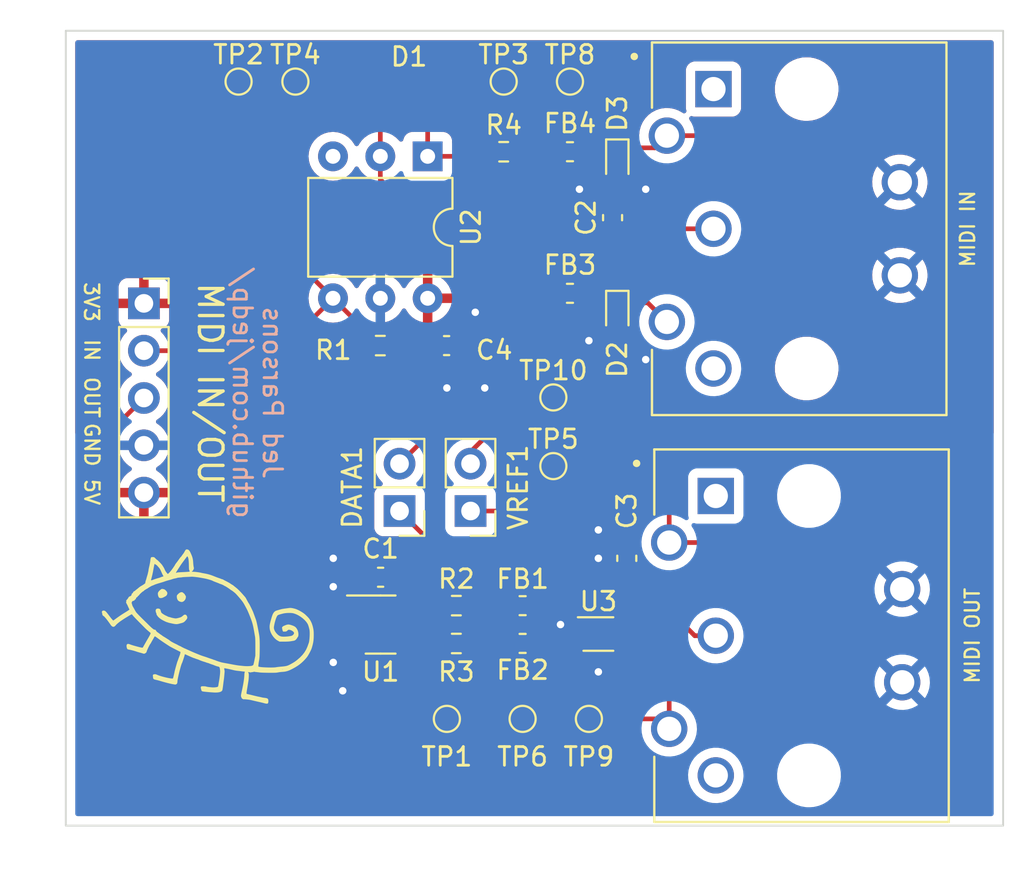
<source format=kicad_pcb>
(kicad_pcb (version 20211014) (generator pcbnew)
  (layers (0 "F.Cu" signal) (31 "B.Cu" signal) (34 "B.Paste" user) (35 "F.Paste" user) (36 "B.SilkS" user "B.Silkscreen") (37 "F.SilkS" user "F.Silkscreen") (38 "B.Mask" user) (39 "F.Mask" user) (44 "Edge.Cuts" user))
  (net 0 "")
  (net 1 "+5V")
  (net 2 "GND")
  (net 3 "Net-(C2-Pad1)")
  (net 4 "Net-(C3-Pad1)")
  (net 5 "/IN_DATA")
  (net 6 "/IN_VREF")
  (net 7 "/OUT_DATA")
  (net 8 "Net-(FB1-Pad1)")
  (net 9 "/OUT_VREF")
  (net 10 "Net-(FB2-Pad1)")
  (net 11 "Net-(FB2-Pad2)")
  (net 12 "Net-(D1-Pad2)")
  (net 13 "Net-(FB4-Pad2)")
  (net 14 "+3V3")
  (net 15 "/MIDI.IN")
  (net 16 "Net-(R3-Pad1)")
  (net 17 "Net-(D1-Pad1)")
  (net 18 "/MIDI.OUT")
  (footprint "TestPoint:TestPoint_Pad_D1.0mm" (layer "F.Cu") (at 172.72 69.58)
    (fp_text reference "TP1" (at 0 2.032) (layer "F.SilkS"))
    (fp_text value "TestPoint")
    (pad "1" smd circle (at 0 0) (size 1 1) (layers "F.Cu" "F.Mask") (net 18 "/MIDI.OUT"))
  )
  (footprint "Package_TO_SOT_SMD:SOT-666" (layer "F.Cu") (at 180.848 65.024)
    (fp_text reference "U3" (at 0 -1.75) (layer "F.SilkS"))
    (fp_text value "RCLAMP0502A")
    (pad "1" smd rect (at -0.85 -0.5375) (size 0.5 0.375) (layers "F.Cu" "F.Paste" "F.Mask"))
    (pad "2" smd rect (at -0.925 0) (size 0.65 0.3) (layers "F.Cu" "F.Paste" "F.Mask") (net 2 "GND"))
    (pad "3" smd rect (at -0.85 0.5375) (size 0.5 0.375) (layers "F.Cu" "F.Paste" "F.Mask") (net 10 "Net-(FB2-Pad1)"))
    (pad "4" smd rect (at 0.85 0.5375) (size 0.5 0.375) (layers "F.Cu" "F.Paste" "F.Mask") (net 7 "/OUT_DATA"))
    (pad "5" smd rect (at 0.925 0) (size 0.65 0.3) (layers "F.Cu" "F.Paste" "F.Mask") (net 9 "/OUT_VREF"))
    (pad "6" smd rect (at 0.85 -0.5375) (size 0.5 0.375) (layers "F.Cu" "F.Paste" "F.Mask"))
  )
  (footprint "TestPoint:TestPoint_Pad_D1.0mm" (layer "F.Cu") (at 164.592 35.368)
    (fp_text reference "TP4" (at 0 -1.448) (layer "F.SilkS"))
    (fp_text value "TestPoint")
    (pad "1" smd circle (at 0 0) (size 1 1) (layers "F.Cu" "F.Mask") (net 12 "Net-(D1-Pad2)"))
  )
  (footprint "Resistor_SMD:R_0603_1608Metric" (layer "F.Cu") (at 173.228 63.5)
    (fp_text reference "R2" (at 0 -1.43) (layer "F.SilkS"))
    (fp_text value "220")
    (pad "1" smd roundrect (at -0.825 0) (size 0.8 0.95) (layers "F.Cu" "F.Paste" "F.Mask") (net 1 "+5V"))
    (pad "2" smd roundrect (at 0.825 0) (size 0.8 0.95) (layers "F.Cu" "F.Paste" "F.Mask") (net 8 "Net-(FB1-Pad1)"))
  )
  (footprint "Connector_PinSocket_2.54mm:PinSocket_1x05_P2.54mm_Vertical" (layer "F.Cu") (at 156.464 47.274)
    (fp_text reference "J1" hide)
    (fp_text value "Conn_01x05_Female")
    (pad "1" thru_hole rect (at 0 0) (size 1.7 1.7) (drill 1) (layers *.Cu *.Mask) (net 14 "+3V3"))
    (pad "2" thru_hole oval (at 0 2.54) (size 1.7 1.7) (drill 1) (layers *.Cu *.Mask) (net 15 "/MIDI.IN"))
    (pad "3" thru_hole oval (at 0 5.08) (size 1.7 1.7) (drill 1) (layers *.Cu *.Mask) (net 18 "/MIDI.OUT"))
    (pad "4" thru_hole oval (at 0 7.62) (size 1.7 1.7) (drill 1) (layers *.Cu *.Mask) (net 2 "GND"))
    (pad "5" thru_hole oval (at 0 10.16) (size 1.7 1.7) (drill 1) (layers *.Cu *.Mask) (net 1 "+5V"))
  )
  (footprint "Resistor_SMD:R_0603_1608Metric" (layer "F.Cu") (at 175.768 39.1345)
    (fp_text reference "R4" (at 0 -1.43) (layer "F.SilkS"))
    (fp_text value "220")
    (pad "1" smd roundrect (at -0.825 0) (size 0.8 0.95) (layers "F.Cu" "F.Paste" "F.Mask") (net 17 "Net-(D1-Pad1)"))
    (pad "2" smd roundrect (at 0.825 0) (size 0.8 0.95) (layers "F.Cu" "F.Paste" "F.Mask") (net 13 "Net-(FB4-Pad2)"))
  )
  (footprint "Package_DIP:DIP-6_W7.62mm" (layer "F.Cu") (at 171.689 39.38 -90)
    (fp_text reference "U2" (at 3.81 -2.33 90) (layer "F.SilkS"))
    (fp_text value "H11L1")
    (pad "1" thru_hole rect (at 0 0 270) (size 1.6 1.6) (drill 0.8) (layers *.Cu *.Mask) (net 17 "Net-(D1-Pad1)"))
    (pad "2" thru_hole oval (at 0 2.54 270) (size 1.6 1.6) (drill 0.8) (layers *.Cu *.Mask) (net 12 "Net-(D1-Pad2)"))
    (pad "3" thru_hole oval (at 0 5.08 270) (size 1.6 1.6) (drill 0.8) (layers *.Cu *.Mask))
    (pad "4" thru_hole oval (at 7.62 5.08 270) (size 1.6 1.6) (drill 0.8) (layers *.Cu *.Mask) (net 15 "/MIDI.IN"))
    (pad "5" thru_hole oval (at 7.62 2.54 270) (size 1.6 1.6) (drill 0.8) (layers *.Cu *.Mask) (net 2 "GND"))
    (pad "6" thru_hole oval (at 7.62 0 270) (size 1.6 1.6) (drill 0.8) (layers *.Cu *.Mask) (net 14 "+3V3"))
  )
  (footprint "footprints:SDS-J" (layer "F.Cu") (at 192.024 65.024 90)
    (fp_text reference "U5" hide)
    (fp_text value "SDS-50J")
    (pad "" np_thru_hole circle (at 7.41 0.124 90) (size 2.4 2.4) (drill 2.4) (layers *.Cu *.Mask))
    (pad "" np_thru_hole circle (at -7.59 0.124 90) (size 2.4 2.4) (drill 2.4) (layers *.Cu *.Mask))
    (pad "1" thru_hole rect (at 7.41 -4.876 90) (size 1.95 1.95) (drill 1.3) (layers *.Cu *.Mask))
    (pad "2" thru_hole circle (at -0.09 -4.876 90) (size 1.95 1.95) (drill 1.3) (layers *.Cu *.Mask) (net 4 "Net-(C3-Pad1)"))
    (pad "3" thru_hole circle (at -7.59 -4.876 90) (size 1.95 1.95) (drill 1.3) (layers *.Cu *.Mask))
    (pad "4" thru_hole circle (at 4.91 -7.376 90) (size 1.95 1.95) (drill 1.3) (layers *.Cu *.Mask) (net 9 "/OUT_VREF"))
    (pad "5" thru_hole circle (at -5.09 -7.376 90) (size 1.95 1.95) (drill 1.3) (layers *.Cu *.Mask) (net 7 "/OUT_DATA"))
    (pad "E1" thru_hole circle (at -2.59 5.124 90) (size 1.95 1.95) (drill 1.3) (layers *.Cu *.Mask) (net 2 "GND"))
    (pad "E2" thru_hole circle (at 2.41 5.124 90) (size 1.95 1.95) (drill 1.3) (layers *.Cu *.Mask) (net 2 "GND"))
  )
  (footprint "Diode_SMD:D_SOD-523" (layer "F.Cu") (at 181.864 39.624 -90)
    (fp_text reference "D3" (at -2.54 0 90) (layer "F.SilkS"))
    (fp_text value "PESD5Z5.0")
    (pad "1" smd rect (at -0.7 0 90) (size 0.6 0.7) (layers "F.Cu" "F.Paste" "F.Mask") (net 6 "/IN_VREF"))
    (pad "2" smd rect (at 0.7 0 90) (size 0.6 0.7) (layers "F.Cu" "F.Paste" "F.Mask") (net 2 "GND"))
  )
  (footprint "footprints:SDS-J" (layer "F.Cu") (at 191.9 43.18 90)
    (fp_text reference "U4" hide)
    (fp_text value "SDS-50J")
    (pad "" np_thru_hole circle (at 7.41 0.124 90) (size 2.4 2.4) (drill 2.4) (layers *.Cu *.Mask))
    (pad "" np_thru_hole circle (at -7.59 0.124 90) (size 2.4 2.4) (drill 2.4) (layers *.Cu *.Mask))
    (pad "1" thru_hole rect (at 7.41 -4.876 90) (size 1.95 1.95) (drill 1.3) (layers *.Cu *.Mask))
    (pad "2" thru_hole circle (at -0.09 -4.876 90) (size 1.95 1.95) (drill 1.3) (layers *.Cu *.Mask) (net 3 "Net-(C2-Pad1)"))
    (pad "3" thru_hole circle (at -7.59 -4.876 90) (size 1.95 1.95) (drill 1.3) (layers *.Cu *.Mask))
    (pad "4" thru_hole circle (at 4.91 -7.376 90) (size 1.95 1.95) (drill 1.3) (layers *.Cu *.Mask) (net 6 "/IN_VREF"))
    (pad "5" thru_hole circle (at -5.09 -7.376 90) (size 1.95 1.95) (drill 1.3) (layers *.Cu *.Mask) (net 5 "/IN_DATA"))
    (pad "E1" thru_hole circle (at -2.59 5.124 90) (size 1.95 1.95) (drill 1.3) (layers *.Cu *.Mask) (net 2 "GND"))
    (pad "E2" thru_hole circle (at 2.41 5.124 90) (size 1.95 1.95) (drill 1.3) (layers *.Cu *.Mask) (net 2 "GND"))
  )
  (footprint "Capacitor_SMD:C_0603_1608Metric" (layer "F.Cu") (at 181.61 42.672 90)
    (fp_text reference "C2" (at 0 -1.43 90) (layer "F.SilkS"))
    (fp_text value "0.1uF")
    (pad "1" smd roundrect (at -0.775 0 90) (size 0.9 0.95) (layers "F.Cu" "F.Paste" "F.Mask") (net 3 "Net-(C2-Pad1)"))
    (pad "2" smd roundrect (at 0.775 0 90) (size 0.9 0.95) (layers "F.Cu" "F.Paste" "F.Mask") (net 2 "GND"))
  )
  (footprint "TestPoint:TestPoint_Pad_D1.0mm" (layer "F.Cu") (at 180.34 69.58)
    (fp_text reference "TP9" (at 0 2.032) (layer "F.SilkS"))
    (fp_text value "TestPoint")
    (pad "1" smd circle (at 0 0) (size 1 1) (layers "F.Cu" "F.Mask") (net 7 "/OUT_DATA"))
  )
  (footprint "TestPoint:TestPoint_Pad_D1.0mm" (layer "F.Cu") (at 178.432 52.324)
    (fp_text reference "TP10" (at 0 -1.448) (layer "F.SilkS"))
    (fp_text value "TestPoint")
    (pad "1" smd circle (at 0 0) (size 1 1) (layers "F.Cu" "F.Mask") (net 5 "/IN_DATA"))
  )
  (footprint "TestPoint:TestPoint_Pad_D1.0mm" (layer "F.Cu") (at 176.784 69.58)
    (fp_text reference "TP6" (at 0 2.032) (layer "F.SilkS"))
    (fp_text value "TestPoint")
    (pad "1" smd circle (at 0 0) (size 1 1) (layers "F.Cu" "F.Mask") (net 10 "Net-(FB2-Pad1)"))
  )
  (footprint "LOGO" (layer "F.Cu") (at 160.02 64.77)
    (fp_text reference "G***" hide)
    (fp_text value "LOGO" hide)
  )
  (footprint "TestPoint:TestPoint_Pad_D1.0mm" (layer "F.Cu") (at 179.324 35.368)
    (fp_text reference "TP8" (at 0 -1.448) (layer "F.SilkS"))
    (fp_text value "TestPoint")
    (pad "1" smd circle (at 0 0) (size 1 1) (layers "F.Cu" "F.Mask") (net 6 "/IN_VREF"))
  )
  (footprint "Connector_PinHeader_2.54mm:PinHeader_1x02_P2.54mm_Vertical" (layer "F.Cu") (at 170.18 58.42 180)
    (fp_text reference "DATA1" (at 2.54 1.27 90) (layer "F.SilkS"))
    (fp_text value "Jumper_2_Open")
    (pad "1" thru_hole rect (at 0 0 180) (size 1.7 1.7) (drill 1) (layers *.Cu *.Mask) (net 7 "/OUT_DATA"))
    (pad "2" thru_hole oval (at 0 2.54 180) (size 1.7 1.7) (drill 1) (layers *.Cu *.Mask) (net 5 "/IN_DATA"))
  )
  (footprint "TestPoint:TestPoint_Pad_D1.0mm" (layer "F.Cu") (at 161.544 35.368)
    (fp_text reference "TP2" (at 0 -1.448) (layer "F.SilkS"))
    (fp_text value "TestPoint")
    (pad "1" smd circle (at 0 0) (size 1 1) (layers "F.Cu" "F.Mask") (net 15 "/MIDI.IN"))
  )
  (footprint "TestPoint:TestPoint_Pad_D1.0mm" (layer "F.Cu") (at 178.432 56.01)
    (fp_text reference "TP5" (at 0 -1.448) (layer "F.SilkS"))
    (fp_text value "TestPoint")
    (pad "1" smd circle (at 0 0) (size 1 1) (layers "F.Cu" "F.Mask") (net 9 "/OUT_VREF"))
  )
  (footprint "Diode_SMD:D_SOD-523" (layer "F.Cu") (at 181.864 47.752 -90)
    (fp_text reference "D2" (at 2.54 0 90) (layer "F.SilkS"))
    (fp_text value "PESD5Z5.0")
    (pad "1" smd rect (at -0.7 0 90) (size 0.6 0.7) (layers "F.Cu" "F.Paste" "F.Mask") (net 5 "/IN_DATA"))
    (pad "2" smd rect (at 0.7 0 90) (size 0.6 0.7) (layers "F.Cu" "F.Paste" "F.Mask") (net 2 "GND"))
  )
  (footprint "Resistor_SMD:R_0603_1608Metric" (layer "F.Cu") (at 173.228 65.532)
    (fp_text reference "R3" (at 0 1.524) (layer "F.SilkS"))
    (fp_text value "220")
    (pad "1" smd roundrect (at -0.825 0) (size 0.8 0.95) (layers "F.Cu" "F.Paste" "F.Mask") (net 16 "Net-(R3-Pad1)"))
    (pad "2" smd roundrect (at 0.825 0) (size 0.8 0.95) (layers "F.Cu" "F.Paste" "F.Mask") (net 11 "Net-(FB2-Pad2)"))
  )
  (footprint "Capacitor_SMD:C_0603_1608Metric" (layer "F.Cu") (at 169.164 61.976 180)
    (fp_text reference "C1" (at 0 1.524) (layer "F.SilkS"))
    (fp_text value "0.1uF")
    (pad "1" smd roundrect (at -0.775 0 180) (size 0.9 0.95) (layers "F.Cu" "F.Paste" "F.Mask") (net 1 "+5V"))
    (pad "2" smd roundrect (at 0.775 0 180) (size 0.9 0.95) (layers "F.Cu" "F.Paste" "F.Mask") (net 2 "GND"))
  )
  (footprint "Capacitor_SMD:C_0603_1608Metric" (layer "F.Cu") (at 172.705 49.54 180)
    (fp_text reference "C4" (at -2.555 -0.244) (layer "F.SilkS"))
    (fp_text value "0.1uF")
    (pad "1" smd roundrect (at -0.775 0 180) (size 0.9 0.95) (layers "F.Cu" "F.Paste" "F.Mask") (net 2 "GND"))
    (pad "2" smd roundrect (at 0.775 0 180) (size 0.9 0.95) (layers "F.Cu" "F.Paste" "F.Mask") (net 14 "+3V3"))
  )
  (footprint "Inductor_SMD:L_0603_1608Metric" (layer "F.Cu") (at 176.784 65.528 180)
    (fp_text reference "FB2" (at 0 -1.43) (layer "F.SilkS"))
    (fp_text value "1k @ 100MHz")
    (pad "1" smd roundrect (at -0.7875 0 180) (size 0.875 0.95) (layers "F.Cu" "F.Paste" "F.Mask") (net 10 "Net-(FB2-Pad1)"))
    (pad "2" smd roundrect (at 0.7875 0 180) (size 0.875 0.95) (layers "F.Cu" "F.Paste" "F.Mask") (net 11 "Net-(FB2-Pad2)"))
  )
  (footprint "Package_TO_SOT_SMD:SOT-23-5" (layer "F.Cu") (at 169.164 64.516)
    (fp_text reference "U1" (at 0 2.54) (layer "F.SilkS"))
    (fp_text value "SN74AHCT1G125")
    (pad "1" smd roundrect (at -1.1375 -0.95) (size 1.325 0.6) (layers "F.Cu" "F.Paste" "F.Mask") (net 2 "GND"))
    (pad "2" smd roundrect (at -1.1375 0) (size 1.325 0.6) (layers "F.Cu" "F.Paste" "F.Mask") (net 18 "/MIDI.OUT"))
    (pad "3" smd roundrect (at -1.1375 0.95) (size 1.325 0.6) (layers "F.Cu" "F.Paste" "F.Mask") (net 2 "GND"))
    (pad "4" smd roundrect (at 1.1375 0.95) (size 1.325 0.6) (layers "F.Cu" "F.Paste" "F.Mask") (net 16 "Net-(R3-Pad1)"))
    (pad "5" smd roundrect (at 1.1375 -0.95) (size 1.325 0.6) (layers "F.Cu" "F.Paste" "F.Mask") (net 1 "+5V"))
  )
  (footprint "footprints:DO-214AC (SMA)" (layer "F.Cu") (at 170.688 36.068 180)
    (fp_text reference "D1" (at 0 2.032 unlocked) (layer "F.SilkS"))
    (fp_text value "MBRA140")
    (pad "1" smd roundrect (at -2.159 0 270) (size 1.524 1.6764) (layers "F.Cu" "F.Paste" "F.Mask") (net 17 "Net-(D1-Pad1)"))
    (pad "2" smd roundrect (at 2.159 0 270) (size 1.524 1.6764) (layers "F.Cu" "F.Paste" "F.Mask") (net 12 "Net-(D1-Pad2)"))
  )
  (footprint "TestPoint:TestPoint_Pad_D1.0mm" (layer "F.Cu") (at 175.768 35.368)
    (fp_text reference "TP3" (at 0 -1.448) (layer "F.SilkS"))
    (fp_text value "TestPoint")
    (pad "1" smd circle (at 0 0) (size 1 1) (layers "F.Cu" "F.Mask") (net 17 "Net-(D1-Pad1)"))
  )
  (footprint "Capacitor_SMD:C_0603_1608Metric" (layer "F.Cu") (at 182.372 60.96 90)
    (fp_text reference "C3" (at 2.54 0 90) (layer "F.SilkS"))
    (fp_text value "0.1uF")
    (pad "1" smd roundrect (at -0.775 0 90) (size 0.9 0.95) (layers "F.Cu" "F.Paste" "F.Mask") (net 4 "Net-(C3-Pad1)"))
    (pad "2" smd roundrect (at 0.775 0 90) (size 0.9 0.95) (layers "F.Cu" "F.Paste" "F.Mask") (net 2 "GND"))
  )
  (footprint "Resistor_SMD:R_0603_1608Metric" (layer "F.Cu") (at 169.149 49.54 180)
    (fp_text reference "R1" (at 2.525 -0.244) (layer "F.SilkS"))
    (fp_text value "470")
    (pad "1" smd roundrect (at -0.825 0 180) (size 0.8 0.95) (layers "F.Cu" "F.Paste" "F.Mask") (net 14 "+3V3"))
    (pad "2" smd roundrect (at 0.825 0 180) (size 0.8 0.95) (layers "F.Cu" "F.Paste" "F.Mask") (net 15 "/MIDI.IN"))
  )
  (footprint "Inductor_SMD:L_0603_1608Metric" (layer "F.Cu") (at 179.324 39.1325 180)
    (fp_text reference "FB4" (at 0 1.522) (layer "F.SilkS"))
    (fp_text value "1k @ 100MHz")
    (pad "1" smd roundrect (at -0.7875 0 180) (size 0.875 0.95) (layers "F.Cu" "F.Paste" "F.Mask") (net 6 "/IN_VREF"))
    (pad "2" smd roundrect (at 0.7875 0 180) (size 0.875 0.95) (layers "F.Cu" "F.Paste" "F.Mask") (net 13 "Net-(FB4-Pad2)"))
  )
  (footprint "Connector_PinHeader_2.54mm:PinHeader_1x02_P2.54mm_Vertical" (layer "F.Cu") (at 173.99 58.42 180)
    (fp_text reference "VREF1" (at -2.55 1.27 90) (layer "F.SilkS"))
    (fp_text value "Jumper_2_Open")
    (pad "1" thru_hole rect (at 0 0 180) (size 1.7 1.7) (drill 1) (layers *.Cu *.Mask) (net 9 "/OUT_VREF"))
    (pad "2" thru_hole oval (at 0 2.54 180) (size 1.7 1.7) (drill 1) (layers *.Cu *.Mask) (net 6 "/IN_VREF"))
  )
  (footprint "Inductor_SMD:L_0603_1608Metric" (layer "F.Cu") (at 176.784 63.502)
    (fp_text reference "FB1" (at 0 -1.43) (layer "F.SilkS"))
    (fp_text value "1k @ 100MHz")
    (pad "1" smd roundrect (at -0.7875 0) (size 0.875 0.95) (layers "F.Cu" "F.Paste" "F.Mask") (net 8 "Net-(FB1-Pad1)"))
    (pad "2" smd roundrect (at 0.7875 0) (size 0.875 0.95) (layers "F.Cu" "F.Paste" "F.Mask") (net 9 "/OUT_VREF"))
  )
  (footprint "Inductor_SMD:L_0603_1608Metric" (layer "F.Cu") (at 179.324 46.734 180)
    (fp_text reference "FB3" (at 0 1.522) (layer "F.SilkS"))
    (fp_text value "1k @ 100MHz")
    (pad "1" smd roundrect (at -0.7875 0 180) (size 0.875 0.95) (layers "F.Cu" "F.Paste" "F.Mask") (net 5 "/IN_DATA"))
    (pad "2" smd roundrect (at 0.7875 0 180) (size 0.875 0.95) (layers "F.Cu" "F.Paste" "F.Mask") (net 12 "Net-(D1-Pad2)"))
  )
  (gr_rect (start 152.273 32.639) (end 202.565 75.311) (layer "Edge.Cuts") (width 0.1) (fill none))
  (gr_text "Jed Parsons\ngithub.com/jedp/" (at 162.56 52.07 270) (layer "B.SilkS") (effects (font (size 1 1)) (justify mirror)))
  (gr_text "GND" (at 153.67 54.864 270) (layer "F.SilkS") (effects (font (size 0.762 0.762) (thickness 0.127))))
  (gr_text "OUT" (at 153.67 52.324 270) (layer "F.SilkS") (effects (font (size 0.762 0.762) (thickness 0.127))))
  (gr_text "MIDI OUT" (at 200.914 65.114 90) (layer "F.SilkS") (effects (font (size 0.762 0.762) (thickness 0.127))))
  (gr_text "IN" (at 153.67 49.784 270) (layer "F.SilkS") (effects (font (size 0.762 0.762) (thickness 0.127))))
  (gr_text "MIDI IN/OUT" (at 160.02 52.07 270) (layer "F.SilkS") (effects (font (size 1.27 1.27) (thickness 0.1778))))
  (gr_text "MIDI IN" (at 200.66 43.27 90) (layer "F.SilkS") (effects (font (size 0.762 0.762) (thickness 0.127))))
  (gr_text "5V" (at 153.67 57.404 270) (layer "F.SilkS") (effects (font (size 0.762 0.762) (thickness 0.127))))
  (gr_text "3V3" (at 153.65 47.2 270) (layer "F.SilkS") (effects (font (size 0.762 0.762) (thickness 0.127))))
  (segment (start 170.3015 62.3385) (end 169.939 61.976) (width 0.381) (layer "F.Cu") (net 1))
  (segment (start 170.3015 63.566) (end 170.3015 62.3385) (width 0.381) (layer "F.Cu") (net 1))
  (segment (start 182.372 60.185) (end 181.597 60.185) (width 0.381) (layer "F.Cu") (net 2))
  (segment (start 173.48 48.516) (end 174.244 47.752) (width 0.381) (layer "F.Cu") (net 2))
  (segment (start 181.864 41.643) (end 181.61 41.897) (width 0.381) (layer "F.Cu") (net 2))
  (segment (start 167.132 68.072) (end 168.148 67.056) (width 0.381) (layer "F.Cu") (net 2))
  (segment (start 166.624 62.484) (end 167.881 62.484) (width 0.381) (layer "F.Cu") (net 2))
  (segment (start 167.373 60.96) (end 168.389 61.976) (width 0.381) (layer "F.Cu") (net 2))
  (segment (start 181.61 41.897) (end 182.639 41.897) (width 0.381) (layer "F.Cu") (net 2))
  (segment (start 181.61 41.897) (end 180.581 41.897) (width 0.381) (layer "F.Cu") (net 2))
  (segment (start 178.816 64.516) (end 179.324 65.024) (width 0.25) (layer "F.Cu") (net 2))
  (segment (start 181.864 48.452) (end 181.864 48.768) (width 0.381) (layer "F.Cu") (net 2))
  (segment (start 182.372 60.185) (end 181.623 60.185) (width 0.381) (layer "F.Cu") (net 2))
  (segment (start 180.848 67.056) (end 180.848 65.360396) (width 0.25) (layer "F.Cu") (net 2))
  (segment (start 181.623 60.185) (end 180.848 60.96) (width 0.381) (layer "F.Cu") (net 2))
  (segment (start 168.0265 62.3385) (end 168.389 61.976) (width 0.381) (layer "F.Cu") (net 2))
  (segment (start 166.624 60.96) (end 167.373 60.96) (width 0.381) (layer "F.Cu") (net 2))
  (segment (start 168.148 65.5875) (end 168.0265 65.466) (width 0.381) (layer "F.Cu") (net 2))
  (segment (start 181.597 60.185) (end 180.848 59.436) (width 0.381) (layer "F.Cu") (net 2))
  (segment (start 168.148 67.056) (end 168.148 65.5875) (width 0.381) (layer "F.Cu") (net 2))
  (segment (start 180.581 41.897) (end 179.832 41.148) (width 0.381) (layer "F.Cu") (net 2))
  (segment (start 181.864 40.324) (end 181.864 41.643) (width 0.381) (layer "F.Cu") (net 2))
  (segment (start 168.0265 63.566) (end 168.0265 62.3385) (width 0.381) (layer "F.Cu") (net 2))
  (segment (start 180.848 65.360396) (end 180.511604 65.024) (width 0.25) (layer "F.Cu") (net 2))
  (segment (start 166.9445 66.548) (end 168.0265 65.466) (width 0.381) (layer "F.Cu") (net 2))
  (segment (start 173.48 49.54) (end 173.48 51.056) (width 0.381) (layer "F.Cu") (net 2))
  (segment (start 180.511604 65.024) (end 179.923 65.024) (width 0.25) (layer "F.Cu") (net 2))
  (segment (start 166.624 66.548) (end 166.9445 66.548) (width 0.381) (layer "F.Cu") (net 2))
  (segment (start 181.864 48.768) (end 183.388 50.292) (width 0.381) (layer "F.Cu") (net 2))
  (segment (start 182.639 41.897) (end 183.388 41.148) (width 0.381) (layer "F.Cu") (net 2))
  (segment (start 173.48 49.54) (end 173.48 50.544) (width 0.381) (layer "F.Cu") (net 2))
  (segment (start 180.34 49.276) (end 181.04 49.276) (width 0.381) (layer "F.Cu") (net 2))
  (segment (start 167.881 62.484) (end 168.389 61.976) (width 0.381) (layer "F.Cu") (net 2))
  (segment (start 173.48 51.056) (end 172.72 51.816) (width 0.381) (layer "F.Cu") (net 2))
  (segment (start 181.04 49.276) (end 181.864 48.452) (width 0.381) (layer "F.Cu") (net 2))
  (segment (start 173.48 50.544) (end 174.752 51.816) (width 0.381) (layer "F.Cu") (net 2))
  (segment (start 173.48 49.54) (end 173.48 48.516) (width 0.381) (layer "F.Cu") (net 2))
  (segment (start 179.324 65.024) (end 179.923 65.024) (width 0.25) (layer "F.Cu") (net 2))
  (via (at 166.624 60.96) (size 0.8) (drill 0.4) (layers "F.Cu" "B.Cu") (net 2))
  (via (at 166.624 66.548) (size 0.8) (drill 0.4) (layers "F.Cu" "B.Cu") (net 2))
  (via (at 180.34 49.276) (size 0.8) (drill 0.4) (layers "F.Cu" "B.Cu") (net 2))
  (via (at 172.72 51.816) (size 0.8) (drill 0.4) (layers "F.Cu" "B.Cu") (net 2))
  (via (at 180.848 59.436) (size 0.8) (drill 0.4) (layers "F.Cu" "B.Cu") (net 2))
  (via (at 174.752 51.816) (size 0.8) (drill 0.4) (layers "F.Cu" "B.Cu") (net 2))
  (via (at 174.244 47.752) (size 0.8) (drill 0.4) (layers "F.Cu" "B.Cu") (net 2))
  (via (at 178.816 64.516) (size 0.8) (drill 0.4) (layers "F.Cu" "B.Cu") (net 2))
  (via (at 183.388 50.292) (size 0.8) (drill 0.4) (layers "F.Cu" "B.Cu") (net 2))
  (via (at 180.848 60.96) (size 0.8) (drill 0.4) (layers "F.Cu" "B.Cu") (net 2))
  (via (at 166.624 62.484) (size 0.8) (drill 0.4) (layers "F.Cu" "B.Cu") (net 2))
  (via (at 167.132 68.072) (size 0.8) (drill 0.4) (layers "F.Cu" "B.Cu") (net 2))
  (via (at 179.832 41.148) (size 0.8) (drill 0.4) (layers "F.Cu" "B.Cu") (net 2))
  (via (at 180.848 67.056) (size 0.8) (drill 0.4) (layers "F.Cu" "B.Cu") (net 2))
  (via (at 183.388 41.148) (size 0.8) (drill 0.4) (layers "F.Cu" "B.Cu") (net 2))
  (segment (start 181.61 43.447) (end 181.787 43.27) (width 0.25) (layer "F.Cu") (net 3))
  (segment (start 181.787 43.27) (end 187.024 43.27) (width 0.25) (layer "F.Cu") (net 3))
  (segment (start 182.372 61.735) (end 182.639 61.735) (width 0.25) (layer "F.Cu") (net 4))
  (segment (start 182.639 61.735) (end 186.018 65.114) (width 0.25) (layer "F.Cu") (net 4))
  (segment (start 186.018 65.114) (end 187.148 65.114) (width 0.25) (layer "F.Cu") (net 4))
  (segment (start 180.1115 47.4725) (end 178.432 49.152) (width 0.25) (layer "F.Cu") (net 5))
  (segment (start 181.862 46.734) (end 182.372 47.244) (width 0.25) (layer "F.Cu") (net 5))
  (segment (start 180.1115 46.734) (end 181.862 46.734) (width 0.25) (layer "F.Cu") (net 5))
  (segment (start 172.72 53.34) (end 176.53 53.34) (width 0.25) (layer "F.Cu") (net 5))
  (segment (start 182.372 47.244) (end 183.498 47.244) (width 0.25) (layer "F.Cu") (net 5))
  (segment (start 170.18 55.88) (end 172.72 53.34) (width 0.25) (layer "F.Cu") (net 5))
  (segment (start 176.53 53.34) (end 177.546 52.324) (width 0.25) (layer "F.Cu") (net 5))
  (segment (start 183.498 47.244) (end 184.524 48.27) (width 0.25) (layer "F.Cu") (net 5))
  (segment (start 180.1115 46.734) (end 180.1115 47.4725) (width 0.25) (layer "F.Cu") (net 5))
  (segment (start 178.432 49.152) (end 178.432 52.324) (width 0.25) (layer "F.Cu") (net 5))
  (segment (start 177.546 52.324) (end 178.432 52.324) (width 0.25) (layer "F.Cu") (net 5))
  (segment (start 186.69 54.61) (end 174.625 54.61) (width 0.25) (layer "F.Cu") (net 6))
  (segment (start 180.34 38.904) (end 180.1115 39.1325) (width 0.25) (layer "F.Cu") (net 6))
  (segment (start 189.23 52.07) (end 186.69 54.61) (width 0.25) (layer "F.Cu") (net 6))
  (segment (start 173.99 55.245) (end 174.625 54.61) (width 0.25) (layer "F.Cu") (net 6))
  (segment (start 181.6555 39.1325) (end 181.864 38.924) (width 0.25) (layer "F.Cu") (net 6))
  (segment (start 189.23 40.64) (end 189.23 52.07) (width 0.25) (layer "F.Cu") (net 6))
  (segment (start 173.99 55.88) (end 173.99 55.245) (width 0.25) (layer "F.Cu") (net 6))
  (segment (start 179.324 35.368) (end 180.34 36.384) (width 0.25) (layer "F.Cu") (net 6))
  (segment (start 184.524 38.27) (end 186.86 38.27) (width 0.25) (layer "F.Cu") (net 6))
  (segment (start 183.87 38.924) (end 184.524 38.27) (width 0.25) (layer "F.Cu") (net 6))
  (segment (start 180.1115 39.1325) (end 181.6555 39.1325) (width 0.25) (layer "F.Cu") (net 6))
  (segment (start 180.34 36.384) (end 180.34 38.904) (width 0.25) (layer "F.Cu") (net 6))
  (segment (start 181.864 38.924) (end 183.87 38.924) (width 0.25) (layer "F.Cu") (net 6))
  (segment (start 186.86 38.27) (end 189.23 40.64) (width 0.25) (layer "F.Cu") (net 6))
  (segment (start 184.648 67.808) (end 184.648 70.114) (width 0.25) (layer "F.Cu") (net 7))
  (segment (start 170.18 58.42) (end 173.328 61.568) (width 0.25) (layer "F.Cu") (net 7))
  (segment (start 182.4015 65.5615) (end 184.648 67.808) (width 0.25) (layer "F.Cu") (net 7))
  (segment (start 184.114 69.58) (end 184.648 70.114) (width 0.25) (layer "F.Cu") (net 7))
  (segment (start 173.328 61.568) (end 173.328 66.648) (width 0.25) (layer "F.Cu") (net 7))
  (segment (start 180.34 71.12) (end 180.34 69.85) (width 0.25) (layer "F.Cu") (net 7))
  (segment (start 176.53 72.39) (end 179.07 72.39) (width 0.25) (layer "F.Cu") (net 7))
  (segment (start 179.07 72.39) (end 180.34 71.12) (width 0.25) (layer "F.Cu") (net 7))
  (segment (start 175.26 68.58) (end 175.26 71.12) (width 0.25) (layer "F.Cu") (net 7))
  (segment (start 173.328 66.648) (end 175.26 68.58) (width 0.25) (layer "F.Cu") (net 7))
  (segment (start 175.26 71.12) (end 176.53 72.39) (width 0.25) (layer "F.Cu") (net 7))
  (segment (start 181.698 65.5615) (end 182.4015 65.5615) (width 0.25) (layer "F.Cu") (net 7))
  (segment (start 180.34 69.58) (end 184.114 69.58) (width 0.25) (layer "F.Cu") (net 7))
  (segment (start 175.9945 63.5) (end 175.9965 63.502) (width 0.25) (layer "F.Cu") (net 8))
  (segment (start 174.053 63.5) (end 175.9945 63.5) (width 0.25) (layer "F.Cu") (net 8))
  (segment (start 184.648 60.114) (end 186.606 60.114) (width 0.25) (layer "F.Cu") (net 9))
  (segment (start 177.5735 63.5) (end 177.5715 63.502) (width 0.25) (layer "F.Cu") (net 9))
  (segment (start 178.432 56.01) (end 183.01 56.01) (width 0.25) (layer "F.Cu") (net 9))
  (segment (start 181.773 65.024) (end 181.148 65.024) (width 0.25) (layer "F.Cu") (net 9))
  (segment (start 186.606 60.114) (end 189.484 62.992) (width 0.25) (layer "F.Cu") (net 9))
  (segment (start 173.99 58.42) (end 176.022 58.42) (width 0.25) (layer "F.Cu") (net 9))
  (segment (start 176.022 58.42) (end 178.432 56.01) (width 0.25) (layer "F.Cu") (net 9))
  (segment (start 180.34 63.5) (end 177.5735 63.5) (width 0.25) (layer "F.Cu") (net 9))
  (segment (start 188.976 67.056) (end 185.42 67.056) (width 0.25) (layer "F.Cu") (net 9))
  (segment (start 183.01 56.01) (end 184.648 57.648) (width 0.25) (layer "F.Cu") (net 9))
  (segment (start 181.148 65.024) (end 180.848 64.724) (width 0.25) (layer "F.Cu") (net 9))
  (segment (start 189.484 62.992) (end 189.484 66.548) (width 0.25) (layer "F.Cu") (net 9))
  (segment (start 189.484 66.548) (end 188.976 67.056) (width 0.25) (layer "F.Cu") (net 9))
  (segment (start 180.848 64.724) (end 180.848 64.008) (width 0.25) (layer "F.Cu") (net 9))
  (segment (start 180.848 64.008) (end 180.34 63.5) (width 0.25) (layer "F.Cu") (net 9))
  (segment (start 185.42 67.056) (end 183.388 65.024) (width 0.25) (layer "F.Cu") (net 9))
  (segment (start 184.648 57.648) (end 184.648 60.114) (width 0.25) (layer "F.Cu") (net 9))
  (segment (start 183.388 65.024) (end 181.773 65.024) (width 0.25) (layer "F.Cu") (net 9))
  (segment (start 177.5715 65.528) (end 177.923 65.528) (width 0.25) (layer "F.Cu") (net 10))
  (segment (start 177.5715 65.528) (end 176.784 66.3155) (width 0.25) (layer "F.Cu") (net 10))
  (segment (start 176.784 66.3155) (end 176.784 69.58) (width 0.25) (layer "F.Cu") (net 10))
  (segment (start 178.435 66.04) (end 179.5195 66.04) (width 0.25) (layer "F.Cu") (net 10))
  (segment (start 179.5195 66.04) (end 179.998 65.5615) (width 0.25) (layer "F.Cu") (net 10))
  (segment (start 177.923 65.528) (end 178.435 66.04) (width 0.25) (layer "F.Cu") (net 10))
  (segment (start 175.9925 65.532) (end 175.9965 65.528) (width 0.25) (layer "F.Cu") (net 11))
  (segment (start 174.053 65.532) (end 175.9925 65.532) (width 0.25) (layer "F.Cu") (net 11))
  (segment (start 173.736 41.656) (end 170.18 41.656) (width 0.25) (layer "F.Cu") (net 12))
  (segment (start 169.149 36.688) (end 168.529 36.068) (width 0.25) (layer "F.Cu") (net 12))
  (segment (start 169.149 40.625) (end 169.149 39.38) (width 0.25) (layer "F.Cu") (net 12))
  (segment (start 178.5365 46.4565) (end 173.736 41.656) (width 0.25) (layer "F.Cu") (net 12))
  (segment (start 167.829 35.368) (end 168.529 36.068) (width 0.25) (layer "F.Cu") (net 12))
  (segment (start 178.5365 46.734) (end 178.5365 46.4565) (width 0.25) (layer "F.Cu") (net 12))
  (segment (start 169.149 39.38) (end 169.149 36.688) (width 0.25) (layer "F.Cu") (net 12))
  (segment (start 164.592 35.368) (end 167.829 35.368) (width 0.25) (layer "F.Cu") (net 12))
  (segment (start 170.18 41.656) (end 169.149 40.625) (width 0.25) (layer "F.Cu") (net 12))
  (segment (start 178.5345 39.1345) (end 178.5365 39.1325) (width 0.25) (layer "F.Cu") (net 13))
  (segment (start 176.593 39.1345) (end 178.5345 39.1345) (width 0.25) (layer "F.Cu") (net 13))
  (segment (start 166.609 47) (end 161.544 41.935) (width 0.25) (layer "F.Cu") (net 15))
  (segment (start 168.324 49.54) (end 168.324 48.715) (width 0.25) (layer "F.Cu") (net 15))
  (segment (start 161.544 41.935) (end 161.544 35.368) (width 0.25) (layer "F.Cu") (net 15))
  (segment (start 168.324 48.715) (end 166.609 47) (width 0.25) (layer "F.Cu") (net 15))
  (segment (start 163.795 49.814) (end 166.609 47) (width 0.25) (layer "F.Cu") (net 15))
  (segment (start 156.464 49.814) (end 163.795 49.814) (width 0.25) (layer "F.Cu") (net 15))
  (segment (start 172.337 65.466) (end 172.403 65.532) (width 0.25) (layer "F.Cu") (net 16))
  (segment (start 170.3015 65.466) (end 172.337 65.466) (width 0.25) (layer "F.Cu") (net 16))
  (segment (start 173.547 35.368) (end 175.768 35.368) (width 0.25) (layer "F.Cu") (net 17))
  (segment (start 171.689 39.38) (end 171.689 37.226) (width 0.25) (layer "F.Cu") (net 17))
  (segment (start 174.6975 39.38) (end 174.943 39.1345) (width 0.25) (layer "F.Cu") (net 17))
  (segment (start 171.689 39.38) (end 174.6975 39.38) (width 0.25) (layer "F.Cu") (net 17))
  (segment (start 172.847 36.068) (end 173.547 35.368) (width 0.25) (layer "F.Cu") (net 17))
  (segment (start 171.689 37.226) (end 172.847 36.068) (width 0.25) (layer "F.Cu") (net 17))
  (segment (start 169.91 69.58) (end 172.72 69.58) (width 0.25) (layer "F.Cu") (net 18))
  (segment (start 168.0265 64.516) (end 155.956 64.516) (width 0.25) (layer "F.Cu") (net 18))
  (segment (start 168.0265 64.516) (end 168.656 64.516) (width 0.25) (layer "F.Cu") (net 18))
  (segment (start 153.67 62.23) (end 153.67 55.148) (width 0.25) (layer "F.Cu") (net 18))
  (segment (start 168.656 64.516) (end 169.164 65.024) (width 0.25) (layer "F.Cu") (net 18))
  (segment (start 155.956 64.516) (end 153.67 62.23) (width 0.25) (layer "F.Cu") (net 18))
  (segment (start 169.164 65.024) (end 169.164 68.834) (width 0.25) (layer "F.Cu") (net 18))
  (segment (start 153.67 55.148) (end 156.464 52.354) (width 0.25) (layer "F.Cu") (net 18))
  (segment (start 169.164 68.834) (end 169.91 69.58) (width 0.25) (layer "F.Cu") (net 18))
  (zone (net 14) (net_name "+3V3") (layer "F.Cu") (connect_pads (clearance 0.508)) (min_thickness 0.254) (fill yes (thermal_gap 0.508) (thermal_bridge_width 0.508))
    (polygon (pts (xy 203.2 54.356) (xy 151.384 54.356) (xy 151.384 30.988) (xy 203.2 30.988)))
  )
  (zone (net 1) (net_name "+5V") (layer "F.Cu") (connect_pads (clearance 0.508)) (min_thickness 0.254) (fill yes (thermal_gap 0.508) (thermal_bridge_width 0.508))
    (polygon (pts (xy 175.26 67.31) (xy 151.13 67.31) (xy 151.13 55.245) (xy 175.26 55.245)))
  )
  (zone (net 2) (net_name "GND") (layer "B.Cu") (connect_pads (clearance 0.508)) (min_thickness 0.254) (fill yes (thermal_gap 0.508) (thermal_bridge_width 0.508))
    (polygon (pts (xy 203.708 78.232) (xy 151.511 78.232) (xy 151.511 31.496) (xy 203.708 31.496)))
  )
)
</source>
